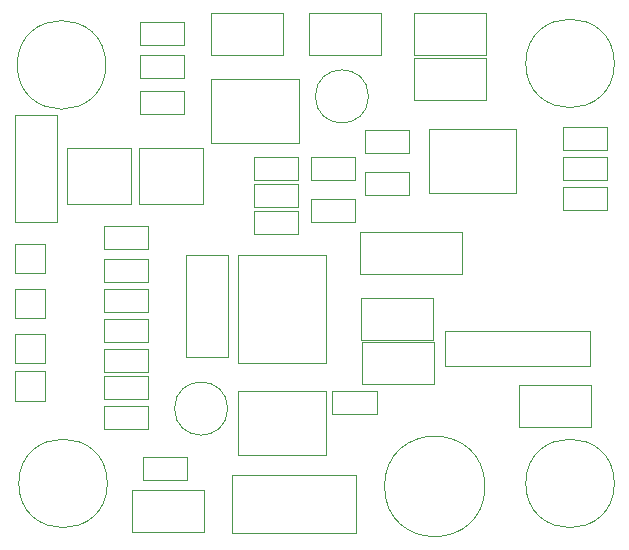
<source format=gbr>
%TF.GenerationSoftware,KiCad,Pcbnew,5.1.9-73d0e3b20d~88~ubuntu20.04.1*%
%TF.CreationDate,2021-04-18T23:12:54+02:00*%
%TF.ProjectId,interrupter,696e7465-7272-4757-9074-65722e6b6963,rev?*%
%TF.SameCoordinates,Original*%
%TF.FileFunction,Other,User*%
%FSLAX46Y46*%
G04 Gerber Fmt 4.6, Leading zero omitted, Abs format (unit mm)*
G04 Created by KiCad (PCBNEW 5.1.9-73d0e3b20d~88~ubuntu20.04.1) date 2021-04-18 23:12:54*
%MOMM*%
%LPD*%
G01*
G04 APERTURE LIST*
%ADD10C,0.050000*%
G04 APERTURE END LIST*
D10*
%TO.C,D1*%
X174018000Y-93400000D02*
X174018000Y-84400000D01*
X174018000Y-84400000D02*
X177518000Y-84400000D01*
X177518000Y-84400000D02*
X177518000Y-93400000D01*
X177518000Y-93400000D02*
X174018000Y-93400000D01*
%TO.C,OUT*%
X176510000Y-108565000D02*
X174010000Y-108565000D01*
X176510000Y-108565000D02*
X176510000Y-106065000D01*
X174010000Y-106065000D02*
X174010000Y-108565000D01*
X174010000Y-106065000D02*
X176510000Y-106065000D01*
%TO.C,BME*%
X176510000Y-105390000D02*
X174010000Y-105390000D01*
X176510000Y-105390000D02*
X176510000Y-102890000D01*
X174010000Y-102890000D02*
X174010000Y-105390000D01*
X174010000Y-102890000D02*
X176510000Y-102890000D01*
%TO.C,9V*%
X176510000Y-97770000D02*
X174010000Y-97770000D01*
X176510000Y-97770000D02*
X176510000Y-95270000D01*
X174010000Y-95270000D02*
X174010000Y-97770000D01*
X174010000Y-95270000D02*
X176510000Y-95270000D01*
%TO.C,GND*%
X176510000Y-101580000D02*
X174010000Y-101580000D01*
X176510000Y-101580000D02*
X176510000Y-99080000D01*
X174010000Y-99080000D02*
X174010000Y-101580000D01*
X174010000Y-99080000D02*
X176510000Y-99080000D01*
%TO.C,J2*%
X189974000Y-119656000D02*
X183874000Y-119656000D01*
X189974000Y-116106000D02*
X189974000Y-119656000D01*
X183874000Y-116106000D02*
X189974000Y-116106000D01*
X183874000Y-119656000D02*
X183874000Y-116106000D01*
%TO.C,REF\u002A\u002A*%
X224730000Y-115570000D02*
G75*
G03*
X224730000Y-115570000I-3750000J0D01*
G01*
X181804000Y-115570000D02*
G75*
G03*
X181804000Y-115570000I-3750000J0D01*
G01*
%TO.C,J3*%
X196705000Y-79270000D02*
X190605000Y-79270000D01*
X196705000Y-75720000D02*
X196705000Y-79270000D01*
X190605000Y-75720000D02*
X196705000Y-75720000D01*
X190605000Y-79270000D02*
X190605000Y-75720000D01*
%TO.C,REF\u002A\u002A*%
X181677000Y-80137000D02*
G75*
G03*
X181677000Y-80137000I-3750000J0D01*
G01*
X224730000Y-80010000D02*
G75*
G03*
X224730000Y-80010000I-3750000J0D01*
G01*
%TO.C,U5*%
X216425000Y-85565000D02*
X209025000Y-85565000D01*
X216425000Y-90965000D02*
X216425000Y-85565000D01*
X209025000Y-90965000D02*
X216425000Y-90965000D01*
X209025000Y-85565000D02*
X209025000Y-90965000D01*
%TO.C,U4*%
X200296000Y-96258000D02*
X192896000Y-96258000D01*
X200296000Y-105418000D02*
X200296000Y-96258000D01*
X192896000Y-105418000D02*
X200296000Y-105418000D01*
X192896000Y-96258000D02*
X192896000Y-105418000D01*
%TO.C,U3*%
X198010000Y-81374000D02*
X190610000Y-81374000D01*
X198010000Y-86774000D02*
X198010000Y-81374000D01*
X190610000Y-86774000D02*
X198010000Y-86774000D01*
X190610000Y-81374000D02*
X190610000Y-86774000D01*
%TO.C,U2*%
X200296000Y-107790000D02*
X192896000Y-107790000D01*
X200296000Y-113190000D02*
X200296000Y-107790000D01*
X192896000Y-113190000D02*
X200296000Y-113190000D01*
X192896000Y-107790000D02*
X192896000Y-113190000D01*
%TO.C,U1*%
X192362000Y-119732000D02*
X202862000Y-119732000D01*
X192362000Y-114822000D02*
X192362000Y-119732000D01*
X202862000Y-114822000D02*
X192362000Y-114822000D01*
X202862000Y-119732000D02*
X202862000Y-114822000D01*
%TO.C,R15*%
X197938000Y-92136000D02*
X194238000Y-92136000D01*
X197938000Y-90236000D02*
X197938000Y-92136000D01*
X194238000Y-90236000D02*
X197938000Y-90236000D01*
X194238000Y-92136000D02*
X194238000Y-90236000D01*
%TO.C,R14*%
X222665000Y-102640000D02*
X210405000Y-102640000D01*
X222665000Y-105640000D02*
X222665000Y-102640000D01*
X210405000Y-105640000D02*
X222665000Y-105640000D01*
X210405000Y-102640000D02*
X210405000Y-105640000D01*
%TO.C,R13*%
X185254000Y-95692000D02*
X181554000Y-95692000D01*
X185254000Y-93792000D02*
X185254000Y-95692000D01*
X181554000Y-93792000D02*
X185254000Y-93792000D01*
X181554000Y-95692000D02*
X181554000Y-93792000D01*
%TO.C,R12*%
X203636000Y-89220000D02*
X207336000Y-89220000D01*
X203636000Y-91120000D02*
X203636000Y-89220000D01*
X207336000Y-91120000D02*
X203636000Y-91120000D01*
X207336000Y-89220000D02*
X207336000Y-91120000D01*
%TO.C,R11*%
X194238000Y-92522000D02*
X197938000Y-92522000D01*
X194238000Y-94422000D02*
X194238000Y-92522000D01*
X197938000Y-94422000D02*
X194238000Y-94422000D01*
X197938000Y-92522000D02*
X197938000Y-94422000D01*
%TO.C,R10*%
X203652000Y-85664000D02*
X207352000Y-85664000D01*
X203652000Y-87564000D02*
X203652000Y-85664000D01*
X207352000Y-87564000D02*
X203652000Y-87564000D01*
X207352000Y-85664000D02*
X207352000Y-87564000D01*
%TO.C,R9*%
X185254000Y-103566000D02*
X181554000Y-103566000D01*
X185254000Y-101666000D02*
X185254000Y-103566000D01*
X181554000Y-101666000D02*
X185254000Y-101666000D01*
X181554000Y-103566000D02*
X181554000Y-101666000D01*
%TO.C,R8*%
X181522000Y-109032000D02*
X185222000Y-109032000D01*
X181522000Y-110932000D02*
X181522000Y-109032000D01*
X185222000Y-110932000D02*
X181522000Y-110932000D01*
X185222000Y-109032000D02*
X185222000Y-110932000D01*
%TO.C,R7*%
X185238000Y-101026000D02*
X181538000Y-101026000D01*
X185238000Y-99126000D02*
X185238000Y-101026000D01*
X181538000Y-99126000D02*
X185238000Y-99126000D01*
X181538000Y-101026000D02*
X181538000Y-99126000D01*
%TO.C,R6*%
X181522000Y-106492000D02*
X185222000Y-106492000D01*
X181522000Y-108392000D02*
X181522000Y-106492000D01*
X185222000Y-108392000D02*
X181522000Y-108392000D01*
X185222000Y-106492000D02*
X185222000Y-108392000D01*
%TO.C,R5*%
X185238000Y-98486000D02*
X181538000Y-98486000D01*
X185238000Y-96586000D02*
X185238000Y-98486000D01*
X181538000Y-96586000D02*
X185238000Y-96586000D01*
X181538000Y-98486000D02*
X181538000Y-96586000D01*
%TO.C,R4*%
X181538000Y-104206000D02*
X185238000Y-104206000D01*
X181538000Y-106106000D02*
X181538000Y-104206000D01*
X185238000Y-106106000D02*
X181538000Y-106106000D01*
X185238000Y-104206000D02*
X185238000Y-106106000D01*
%TO.C,R3*%
X188286000Y-84262000D02*
X184586000Y-84262000D01*
X188286000Y-82362000D02*
X188286000Y-84262000D01*
X184586000Y-82362000D02*
X188286000Y-82362000D01*
X184586000Y-84262000D02*
X184586000Y-82362000D01*
%TO.C,R2*%
X188302000Y-81214000D02*
X184602000Y-81214000D01*
X188302000Y-79314000D02*
X188302000Y-81214000D01*
X184602000Y-79314000D02*
X188302000Y-79314000D01*
X184602000Y-81214000D02*
X184602000Y-79314000D01*
%TO.C,R1*%
X184840000Y-113350000D02*
X188540000Y-113350000D01*
X184840000Y-115250000D02*
X184840000Y-113350000D01*
X188540000Y-115250000D02*
X184840000Y-115250000D01*
X188540000Y-113350000D02*
X188540000Y-115250000D01*
%TO.C,Q2*%
X189928000Y-91926000D02*
X184468000Y-91926000D01*
X189928000Y-91926000D02*
X189928000Y-87186000D01*
X184468000Y-87186000D02*
X184468000Y-91926000D01*
X184468000Y-87186000D02*
X189928000Y-87186000D01*
%TO.C,Q1*%
X183832000Y-91926000D02*
X178372000Y-91926000D01*
X183832000Y-91926000D02*
X183832000Y-87186000D01*
X178372000Y-87186000D02*
X178372000Y-91926000D01*
X178372000Y-87186000D02*
X183832000Y-87186000D01*
%TO.C,J10*%
X209405000Y-103400000D02*
X203305000Y-103400000D01*
X209405000Y-99850000D02*
X209405000Y-103400000D01*
X203305000Y-99850000D02*
X209405000Y-99850000D01*
X203305000Y-103400000D02*
X203305000Y-99850000D01*
%TO.C,J8*%
X211828000Y-97812000D02*
X203178000Y-97812000D01*
X211828000Y-94262000D02*
X211828000Y-97812000D01*
X203178000Y-94262000D02*
X211828000Y-94262000D01*
X203178000Y-97812000D02*
X203178000Y-94262000D01*
%TO.C,J7*%
X203345000Y-103610000D02*
X209445000Y-103610000D01*
X203345000Y-107160000D02*
X203345000Y-103610000D01*
X209445000Y-107160000D02*
X203345000Y-107160000D01*
X209445000Y-103610000D02*
X209445000Y-107160000D01*
%TO.C,J6*%
X213850000Y-83080000D02*
X207750000Y-83080000D01*
X213850000Y-79530000D02*
X213850000Y-83080000D01*
X207750000Y-79530000D02*
X213850000Y-79530000D01*
X207750000Y-83080000D02*
X207750000Y-79530000D01*
%TO.C,J5*%
X213850000Y-79270000D02*
X207750000Y-79270000D01*
X213850000Y-75720000D02*
X213850000Y-79270000D01*
X207750000Y-75720000D02*
X213850000Y-75720000D01*
X207750000Y-79270000D02*
X207750000Y-75720000D01*
%TO.C,J4*%
X188446000Y-104894000D02*
X188446000Y-96244000D01*
X191996000Y-104894000D02*
X188446000Y-104894000D01*
X191996000Y-96244000D02*
X191996000Y-104894000D01*
X188446000Y-96244000D02*
X191996000Y-96244000D01*
%TO.C,J1*%
X222740000Y-110766000D02*
X216640000Y-110766000D01*
X222740000Y-107216000D02*
X222740000Y-110766000D01*
X216640000Y-107216000D02*
X222740000Y-107216000D01*
X216640000Y-110766000D02*
X216640000Y-107216000D01*
%TO.C,C11*%
X220370000Y-87920000D02*
X224130000Y-87920000D01*
X220370000Y-89880000D02*
X220370000Y-87920000D01*
X224130000Y-89880000D02*
X220370000Y-89880000D01*
X224130000Y-87920000D02*
X224130000Y-89880000D01*
%TO.C,C10*%
X224130000Y-92420000D02*
X220370000Y-92420000D01*
X224130000Y-90460000D02*
X224130000Y-92420000D01*
X220370000Y-90460000D02*
X224130000Y-90460000D01*
X220370000Y-92420000D02*
X220370000Y-90460000D01*
%TO.C,C9*%
X213772000Y-115824000D02*
G75*
G03*
X213772000Y-115824000I-4250000J0D01*
G01*
%TO.C,C8*%
X204593500Y-109692000D02*
X200833500Y-109692000D01*
X204593500Y-107732000D02*
X204593500Y-109692000D01*
X200833500Y-107732000D02*
X204593500Y-107732000D01*
X200833500Y-109692000D02*
X200833500Y-107732000D01*
%TO.C,C7*%
X202772500Y-93436000D02*
X199012500Y-93436000D01*
X202772500Y-91476000D02*
X202772500Y-93436000D01*
X199012500Y-91476000D02*
X202772500Y-91476000D01*
X199012500Y-93436000D02*
X199012500Y-91476000D01*
%TO.C,C6*%
X191988000Y-109232000D02*
G75*
G03*
X191988000Y-109232000I-2250000J0D01*
G01*
%TO.C,C5*%
X202794000Y-89880000D02*
X199034000Y-89880000D01*
X202794000Y-87920000D02*
X202794000Y-89880000D01*
X199034000Y-87920000D02*
X202794000Y-87920000D01*
X199034000Y-89880000D02*
X199034000Y-87920000D01*
%TO.C,C4*%
X203914000Y-82804000D02*
G75*
G03*
X203914000Y-82804000I-2250000J0D01*
G01*
%TO.C,C3*%
X197968000Y-89880000D02*
X194208000Y-89880000D01*
X197968000Y-87920000D02*
X197968000Y-89880000D01*
X194208000Y-87920000D02*
X197968000Y-87920000D01*
X194208000Y-89880000D02*
X194208000Y-87920000D01*
%TO.C,C2*%
X224130000Y-87340000D02*
X220370000Y-87340000D01*
X224130000Y-85380000D02*
X224130000Y-87340000D01*
X220370000Y-85380000D02*
X224130000Y-85380000D01*
X220370000Y-87340000D02*
X220370000Y-85380000D01*
%TO.C,C1*%
X188316000Y-78450000D02*
X184556000Y-78450000D01*
X188316000Y-76490000D02*
X188316000Y-78450000D01*
X184556000Y-76490000D02*
X188316000Y-76490000D01*
X184556000Y-78450000D02*
X184556000Y-76490000D01*
%TO.C,J9*%
X204960000Y-79270000D02*
X198860000Y-79270000D01*
X204960000Y-75720000D02*
X204960000Y-79270000D01*
X198860000Y-75720000D02*
X204960000Y-75720000D01*
X198860000Y-79270000D02*
X198860000Y-75720000D01*
%TD*%
M02*

</source>
